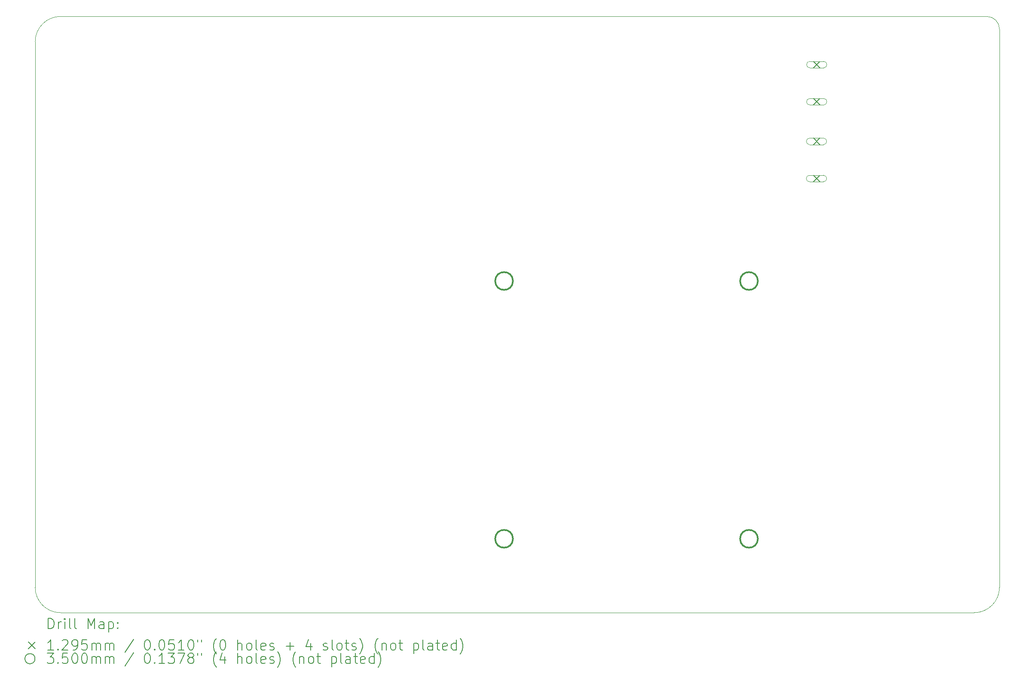
<source format=gbr>
%TF.GenerationSoftware,KiCad,Pcbnew,8.0.6*%
%TF.CreationDate,2025-06-02T13:03:06-04:00*%
%TF.ProjectId,CAEN_NEVIS_DAQ_3p3V,4341454e-5f4e-4455-9649-535f4441515f,rev?*%
%TF.SameCoordinates,Original*%
%TF.FileFunction,Drillmap*%
%TF.FilePolarity,Positive*%
%FSLAX45Y45*%
G04 Gerber Fmt 4.5, Leading zero omitted, Abs format (unit mm)*
G04 Created by KiCad (PCBNEW 8.0.6) date 2025-06-02 13:03:06*
%MOMM*%
%LPD*%
G01*
G04 APERTURE LIST*
%ADD10C,0.050000*%
%ADD11C,0.200000*%
%ADD12C,0.129540*%
%ADD13C,0.100000*%
%ADD14C,0.350000*%
G04 APERTURE END LIST*
D10*
X4750000Y-13500000D02*
X4750000Y-2750000D01*
X5250000Y-14000000D02*
G75*
G02*
X4750000Y-13500000I0J500000D01*
G01*
X23250000Y-14000000D02*
X5250000Y-14000000D01*
X23750000Y-13500000D02*
G75*
G02*
X23250000Y-14000000I-500000J0D01*
G01*
X23750000Y-2500000D02*
X23750000Y-13500000D01*
X23500000Y-2250000D02*
G75*
G02*
X23750000Y-2500000I0J-250000D01*
G01*
X5250000Y-2250000D02*
X23500000Y-2250000D01*
X4750000Y-2750000D02*
G75*
G02*
X5250000Y-2250000I500000J0D01*
G01*
D11*
D12*
X20080230Y-4647230D02*
X20209770Y-4776770D01*
X20209770Y-4647230D02*
X20080230Y-4776770D01*
D13*
X20280230Y-4647230D02*
X20009770Y-4647230D01*
X20009770Y-4776770D02*
G75*
G02*
X20009770Y-4647230I0J64770D01*
G01*
X20009770Y-4776770D02*
X20280230Y-4776770D01*
X20280230Y-4776770D02*
G75*
G03*
X20280230Y-4647230I0J64770D01*
G01*
D12*
X20080230Y-5379230D02*
X20209770Y-5508770D01*
X20209770Y-5379230D02*
X20080230Y-5508770D01*
D13*
X20280230Y-5379230D02*
X20009770Y-5379230D01*
X20009770Y-5508770D02*
G75*
G02*
X20009770Y-5379230I0J64770D01*
G01*
X20009770Y-5508770D02*
X20280230Y-5508770D01*
X20280230Y-5508770D02*
G75*
G03*
X20280230Y-5379230I0J64770D01*
G01*
D12*
X20084230Y-3134230D02*
X20213770Y-3263770D01*
X20213770Y-3134230D02*
X20084230Y-3263770D01*
D13*
X20284230Y-3134230D02*
X20013770Y-3134230D01*
X20013770Y-3263770D02*
G75*
G02*
X20013770Y-3134230I0J64770D01*
G01*
X20013770Y-3263770D02*
X20284230Y-3263770D01*
X20284230Y-3263770D02*
G75*
G03*
X20284230Y-3134230I0J64770D01*
G01*
D12*
X20084230Y-3866230D02*
X20213770Y-3995770D01*
X20213770Y-3866230D02*
X20084230Y-3995770D01*
D13*
X20284230Y-3866230D02*
X20013770Y-3866230D01*
X20013770Y-3995770D02*
G75*
G02*
X20013770Y-3866230I0J64770D01*
G01*
X20013770Y-3995770D02*
X20284230Y-3995770D01*
X20284230Y-3995770D02*
G75*
G03*
X20284230Y-3866230I0J64770D01*
G01*
D14*
X14164000Y-7463500D02*
G75*
G02*
X13814000Y-7463500I-175000J0D01*
G01*
X13814000Y-7463500D02*
G75*
G02*
X14164000Y-7463500I175000J0D01*
G01*
X14164000Y-12543500D02*
G75*
G02*
X13814000Y-12543500I-175000J0D01*
G01*
X13814000Y-12543500D02*
G75*
G02*
X14164000Y-12543500I175000J0D01*
G01*
X18989000Y-7463500D02*
G75*
G02*
X18639000Y-7463500I-175000J0D01*
G01*
X18639000Y-7463500D02*
G75*
G02*
X18989000Y-7463500I175000J0D01*
G01*
X18989000Y-12543500D02*
G75*
G02*
X18639000Y-12543500I-175000J0D01*
G01*
X18639000Y-12543500D02*
G75*
G02*
X18989000Y-12543500I175000J0D01*
G01*
D11*
X5008277Y-14313984D02*
X5008277Y-14113984D01*
X5008277Y-14113984D02*
X5055896Y-14113984D01*
X5055896Y-14113984D02*
X5084467Y-14123508D01*
X5084467Y-14123508D02*
X5103515Y-14142555D01*
X5103515Y-14142555D02*
X5113039Y-14161603D01*
X5113039Y-14161603D02*
X5122563Y-14199698D01*
X5122563Y-14199698D02*
X5122563Y-14228269D01*
X5122563Y-14228269D02*
X5113039Y-14266365D01*
X5113039Y-14266365D02*
X5103515Y-14285412D01*
X5103515Y-14285412D02*
X5084467Y-14304460D01*
X5084467Y-14304460D02*
X5055896Y-14313984D01*
X5055896Y-14313984D02*
X5008277Y-14313984D01*
X5208277Y-14313984D02*
X5208277Y-14180650D01*
X5208277Y-14218746D02*
X5217801Y-14199698D01*
X5217801Y-14199698D02*
X5227324Y-14190174D01*
X5227324Y-14190174D02*
X5246372Y-14180650D01*
X5246372Y-14180650D02*
X5265420Y-14180650D01*
X5332086Y-14313984D02*
X5332086Y-14180650D01*
X5332086Y-14113984D02*
X5322563Y-14123508D01*
X5322563Y-14123508D02*
X5332086Y-14133031D01*
X5332086Y-14133031D02*
X5341610Y-14123508D01*
X5341610Y-14123508D02*
X5332086Y-14113984D01*
X5332086Y-14113984D02*
X5332086Y-14133031D01*
X5455896Y-14313984D02*
X5436848Y-14304460D01*
X5436848Y-14304460D02*
X5427324Y-14285412D01*
X5427324Y-14285412D02*
X5427324Y-14113984D01*
X5560658Y-14313984D02*
X5541610Y-14304460D01*
X5541610Y-14304460D02*
X5532086Y-14285412D01*
X5532086Y-14285412D02*
X5532086Y-14113984D01*
X5789229Y-14313984D02*
X5789229Y-14113984D01*
X5789229Y-14113984D02*
X5855896Y-14256841D01*
X5855896Y-14256841D02*
X5922562Y-14113984D01*
X5922562Y-14113984D02*
X5922562Y-14313984D01*
X6103515Y-14313984D02*
X6103515Y-14209222D01*
X6103515Y-14209222D02*
X6093991Y-14190174D01*
X6093991Y-14190174D02*
X6074943Y-14180650D01*
X6074943Y-14180650D02*
X6036848Y-14180650D01*
X6036848Y-14180650D02*
X6017801Y-14190174D01*
X6103515Y-14304460D02*
X6084467Y-14313984D01*
X6084467Y-14313984D02*
X6036848Y-14313984D01*
X6036848Y-14313984D02*
X6017801Y-14304460D01*
X6017801Y-14304460D02*
X6008277Y-14285412D01*
X6008277Y-14285412D02*
X6008277Y-14266365D01*
X6008277Y-14266365D02*
X6017801Y-14247317D01*
X6017801Y-14247317D02*
X6036848Y-14237793D01*
X6036848Y-14237793D02*
X6084467Y-14237793D01*
X6084467Y-14237793D02*
X6103515Y-14228269D01*
X6198753Y-14180650D02*
X6198753Y-14380650D01*
X6198753Y-14190174D02*
X6217801Y-14180650D01*
X6217801Y-14180650D02*
X6255896Y-14180650D01*
X6255896Y-14180650D02*
X6274943Y-14190174D01*
X6274943Y-14190174D02*
X6284467Y-14199698D01*
X6284467Y-14199698D02*
X6293991Y-14218746D01*
X6293991Y-14218746D02*
X6293991Y-14275888D01*
X6293991Y-14275888D02*
X6284467Y-14294936D01*
X6284467Y-14294936D02*
X6274943Y-14304460D01*
X6274943Y-14304460D02*
X6255896Y-14313984D01*
X6255896Y-14313984D02*
X6217801Y-14313984D01*
X6217801Y-14313984D02*
X6198753Y-14304460D01*
X6379705Y-14294936D02*
X6389229Y-14304460D01*
X6389229Y-14304460D02*
X6379705Y-14313984D01*
X6379705Y-14313984D02*
X6370182Y-14304460D01*
X6370182Y-14304460D02*
X6379705Y-14294936D01*
X6379705Y-14294936D02*
X6379705Y-14313984D01*
X6379705Y-14190174D02*
X6389229Y-14199698D01*
X6389229Y-14199698D02*
X6379705Y-14209222D01*
X6379705Y-14209222D02*
X6370182Y-14199698D01*
X6370182Y-14199698D02*
X6379705Y-14190174D01*
X6379705Y-14190174D02*
X6379705Y-14209222D01*
D12*
X4617960Y-14577730D02*
X4747500Y-14707270D01*
X4747500Y-14577730D02*
X4617960Y-14707270D01*
D11*
X5113039Y-14733984D02*
X4998753Y-14733984D01*
X5055896Y-14733984D02*
X5055896Y-14533984D01*
X5055896Y-14533984D02*
X5036848Y-14562555D01*
X5036848Y-14562555D02*
X5017801Y-14581603D01*
X5017801Y-14581603D02*
X4998753Y-14591127D01*
X5198753Y-14714936D02*
X5208277Y-14724460D01*
X5208277Y-14724460D02*
X5198753Y-14733984D01*
X5198753Y-14733984D02*
X5189229Y-14724460D01*
X5189229Y-14724460D02*
X5198753Y-14714936D01*
X5198753Y-14714936D02*
X5198753Y-14733984D01*
X5284467Y-14553031D02*
X5293991Y-14543508D01*
X5293991Y-14543508D02*
X5313039Y-14533984D01*
X5313039Y-14533984D02*
X5360658Y-14533984D01*
X5360658Y-14533984D02*
X5379705Y-14543508D01*
X5379705Y-14543508D02*
X5389229Y-14553031D01*
X5389229Y-14553031D02*
X5398753Y-14572079D01*
X5398753Y-14572079D02*
X5398753Y-14591127D01*
X5398753Y-14591127D02*
X5389229Y-14619698D01*
X5389229Y-14619698D02*
X5274944Y-14733984D01*
X5274944Y-14733984D02*
X5398753Y-14733984D01*
X5493991Y-14733984D02*
X5532086Y-14733984D01*
X5532086Y-14733984D02*
X5551134Y-14724460D01*
X5551134Y-14724460D02*
X5560658Y-14714936D01*
X5560658Y-14714936D02*
X5579705Y-14686365D01*
X5579705Y-14686365D02*
X5589229Y-14648269D01*
X5589229Y-14648269D02*
X5589229Y-14572079D01*
X5589229Y-14572079D02*
X5579705Y-14553031D01*
X5579705Y-14553031D02*
X5570182Y-14543508D01*
X5570182Y-14543508D02*
X5551134Y-14533984D01*
X5551134Y-14533984D02*
X5513039Y-14533984D01*
X5513039Y-14533984D02*
X5493991Y-14543508D01*
X5493991Y-14543508D02*
X5484467Y-14553031D01*
X5484467Y-14553031D02*
X5474944Y-14572079D01*
X5474944Y-14572079D02*
X5474944Y-14619698D01*
X5474944Y-14619698D02*
X5484467Y-14638746D01*
X5484467Y-14638746D02*
X5493991Y-14648269D01*
X5493991Y-14648269D02*
X5513039Y-14657793D01*
X5513039Y-14657793D02*
X5551134Y-14657793D01*
X5551134Y-14657793D02*
X5570182Y-14648269D01*
X5570182Y-14648269D02*
X5579705Y-14638746D01*
X5579705Y-14638746D02*
X5589229Y-14619698D01*
X5770182Y-14533984D02*
X5674943Y-14533984D01*
X5674943Y-14533984D02*
X5665420Y-14629222D01*
X5665420Y-14629222D02*
X5674943Y-14619698D01*
X5674943Y-14619698D02*
X5693991Y-14610174D01*
X5693991Y-14610174D02*
X5741610Y-14610174D01*
X5741610Y-14610174D02*
X5760658Y-14619698D01*
X5760658Y-14619698D02*
X5770182Y-14629222D01*
X5770182Y-14629222D02*
X5779705Y-14648269D01*
X5779705Y-14648269D02*
X5779705Y-14695888D01*
X5779705Y-14695888D02*
X5770182Y-14714936D01*
X5770182Y-14714936D02*
X5760658Y-14724460D01*
X5760658Y-14724460D02*
X5741610Y-14733984D01*
X5741610Y-14733984D02*
X5693991Y-14733984D01*
X5693991Y-14733984D02*
X5674943Y-14724460D01*
X5674943Y-14724460D02*
X5665420Y-14714936D01*
X5865420Y-14733984D02*
X5865420Y-14600650D01*
X5865420Y-14619698D02*
X5874943Y-14610174D01*
X5874943Y-14610174D02*
X5893991Y-14600650D01*
X5893991Y-14600650D02*
X5922563Y-14600650D01*
X5922563Y-14600650D02*
X5941610Y-14610174D01*
X5941610Y-14610174D02*
X5951134Y-14629222D01*
X5951134Y-14629222D02*
X5951134Y-14733984D01*
X5951134Y-14629222D02*
X5960658Y-14610174D01*
X5960658Y-14610174D02*
X5979705Y-14600650D01*
X5979705Y-14600650D02*
X6008277Y-14600650D01*
X6008277Y-14600650D02*
X6027324Y-14610174D01*
X6027324Y-14610174D02*
X6036848Y-14629222D01*
X6036848Y-14629222D02*
X6036848Y-14733984D01*
X6132086Y-14733984D02*
X6132086Y-14600650D01*
X6132086Y-14619698D02*
X6141610Y-14610174D01*
X6141610Y-14610174D02*
X6160658Y-14600650D01*
X6160658Y-14600650D02*
X6189229Y-14600650D01*
X6189229Y-14600650D02*
X6208277Y-14610174D01*
X6208277Y-14610174D02*
X6217801Y-14629222D01*
X6217801Y-14629222D02*
X6217801Y-14733984D01*
X6217801Y-14629222D02*
X6227324Y-14610174D01*
X6227324Y-14610174D02*
X6246372Y-14600650D01*
X6246372Y-14600650D02*
X6274943Y-14600650D01*
X6274943Y-14600650D02*
X6293991Y-14610174D01*
X6293991Y-14610174D02*
X6303515Y-14629222D01*
X6303515Y-14629222D02*
X6303515Y-14733984D01*
X6693991Y-14524460D02*
X6522563Y-14781603D01*
X6951134Y-14533984D02*
X6970182Y-14533984D01*
X6970182Y-14533984D02*
X6989229Y-14543508D01*
X6989229Y-14543508D02*
X6998753Y-14553031D01*
X6998753Y-14553031D02*
X7008277Y-14572079D01*
X7008277Y-14572079D02*
X7017801Y-14610174D01*
X7017801Y-14610174D02*
X7017801Y-14657793D01*
X7017801Y-14657793D02*
X7008277Y-14695888D01*
X7008277Y-14695888D02*
X6998753Y-14714936D01*
X6998753Y-14714936D02*
X6989229Y-14724460D01*
X6989229Y-14724460D02*
X6970182Y-14733984D01*
X6970182Y-14733984D02*
X6951134Y-14733984D01*
X6951134Y-14733984D02*
X6932086Y-14724460D01*
X6932086Y-14724460D02*
X6922563Y-14714936D01*
X6922563Y-14714936D02*
X6913039Y-14695888D01*
X6913039Y-14695888D02*
X6903515Y-14657793D01*
X6903515Y-14657793D02*
X6903515Y-14610174D01*
X6903515Y-14610174D02*
X6913039Y-14572079D01*
X6913039Y-14572079D02*
X6922563Y-14553031D01*
X6922563Y-14553031D02*
X6932086Y-14543508D01*
X6932086Y-14543508D02*
X6951134Y-14533984D01*
X7103515Y-14714936D02*
X7113039Y-14724460D01*
X7113039Y-14724460D02*
X7103515Y-14733984D01*
X7103515Y-14733984D02*
X7093991Y-14724460D01*
X7093991Y-14724460D02*
X7103515Y-14714936D01*
X7103515Y-14714936D02*
X7103515Y-14733984D01*
X7236848Y-14533984D02*
X7255896Y-14533984D01*
X7255896Y-14533984D02*
X7274944Y-14543508D01*
X7274944Y-14543508D02*
X7284467Y-14553031D01*
X7284467Y-14553031D02*
X7293991Y-14572079D01*
X7293991Y-14572079D02*
X7303515Y-14610174D01*
X7303515Y-14610174D02*
X7303515Y-14657793D01*
X7303515Y-14657793D02*
X7293991Y-14695888D01*
X7293991Y-14695888D02*
X7284467Y-14714936D01*
X7284467Y-14714936D02*
X7274944Y-14724460D01*
X7274944Y-14724460D02*
X7255896Y-14733984D01*
X7255896Y-14733984D02*
X7236848Y-14733984D01*
X7236848Y-14733984D02*
X7217801Y-14724460D01*
X7217801Y-14724460D02*
X7208277Y-14714936D01*
X7208277Y-14714936D02*
X7198753Y-14695888D01*
X7198753Y-14695888D02*
X7189229Y-14657793D01*
X7189229Y-14657793D02*
X7189229Y-14610174D01*
X7189229Y-14610174D02*
X7198753Y-14572079D01*
X7198753Y-14572079D02*
X7208277Y-14553031D01*
X7208277Y-14553031D02*
X7217801Y-14543508D01*
X7217801Y-14543508D02*
X7236848Y-14533984D01*
X7484467Y-14533984D02*
X7389229Y-14533984D01*
X7389229Y-14533984D02*
X7379706Y-14629222D01*
X7379706Y-14629222D02*
X7389229Y-14619698D01*
X7389229Y-14619698D02*
X7408277Y-14610174D01*
X7408277Y-14610174D02*
X7455896Y-14610174D01*
X7455896Y-14610174D02*
X7474944Y-14619698D01*
X7474944Y-14619698D02*
X7484467Y-14629222D01*
X7484467Y-14629222D02*
X7493991Y-14648269D01*
X7493991Y-14648269D02*
X7493991Y-14695888D01*
X7493991Y-14695888D02*
X7484467Y-14714936D01*
X7484467Y-14714936D02*
X7474944Y-14724460D01*
X7474944Y-14724460D02*
X7455896Y-14733984D01*
X7455896Y-14733984D02*
X7408277Y-14733984D01*
X7408277Y-14733984D02*
X7389229Y-14724460D01*
X7389229Y-14724460D02*
X7379706Y-14714936D01*
X7684467Y-14733984D02*
X7570182Y-14733984D01*
X7627325Y-14733984D02*
X7627325Y-14533984D01*
X7627325Y-14533984D02*
X7608277Y-14562555D01*
X7608277Y-14562555D02*
X7589229Y-14581603D01*
X7589229Y-14581603D02*
X7570182Y-14591127D01*
X7808277Y-14533984D02*
X7827325Y-14533984D01*
X7827325Y-14533984D02*
X7846372Y-14543508D01*
X7846372Y-14543508D02*
X7855896Y-14553031D01*
X7855896Y-14553031D02*
X7865420Y-14572079D01*
X7865420Y-14572079D02*
X7874944Y-14610174D01*
X7874944Y-14610174D02*
X7874944Y-14657793D01*
X7874944Y-14657793D02*
X7865420Y-14695888D01*
X7865420Y-14695888D02*
X7855896Y-14714936D01*
X7855896Y-14714936D02*
X7846372Y-14724460D01*
X7846372Y-14724460D02*
X7827325Y-14733984D01*
X7827325Y-14733984D02*
X7808277Y-14733984D01*
X7808277Y-14733984D02*
X7789229Y-14724460D01*
X7789229Y-14724460D02*
X7779706Y-14714936D01*
X7779706Y-14714936D02*
X7770182Y-14695888D01*
X7770182Y-14695888D02*
X7760658Y-14657793D01*
X7760658Y-14657793D02*
X7760658Y-14610174D01*
X7760658Y-14610174D02*
X7770182Y-14572079D01*
X7770182Y-14572079D02*
X7779706Y-14553031D01*
X7779706Y-14553031D02*
X7789229Y-14543508D01*
X7789229Y-14543508D02*
X7808277Y-14533984D01*
X7951134Y-14533984D02*
X7951134Y-14572079D01*
X8027325Y-14533984D02*
X8027325Y-14572079D01*
X8322563Y-14810174D02*
X8313039Y-14800650D01*
X8313039Y-14800650D02*
X8293991Y-14772079D01*
X8293991Y-14772079D02*
X8284468Y-14753031D01*
X8284468Y-14753031D02*
X8274944Y-14724460D01*
X8274944Y-14724460D02*
X8265420Y-14676841D01*
X8265420Y-14676841D02*
X8265420Y-14638746D01*
X8265420Y-14638746D02*
X8274944Y-14591127D01*
X8274944Y-14591127D02*
X8284468Y-14562555D01*
X8284468Y-14562555D02*
X8293991Y-14543508D01*
X8293991Y-14543508D02*
X8313039Y-14514936D01*
X8313039Y-14514936D02*
X8322563Y-14505412D01*
X8436849Y-14533984D02*
X8455896Y-14533984D01*
X8455896Y-14533984D02*
X8474944Y-14543508D01*
X8474944Y-14543508D02*
X8484468Y-14553031D01*
X8484468Y-14553031D02*
X8493991Y-14572079D01*
X8493991Y-14572079D02*
X8503515Y-14610174D01*
X8503515Y-14610174D02*
X8503515Y-14657793D01*
X8503515Y-14657793D02*
X8493991Y-14695888D01*
X8493991Y-14695888D02*
X8484468Y-14714936D01*
X8484468Y-14714936D02*
X8474944Y-14724460D01*
X8474944Y-14724460D02*
X8455896Y-14733984D01*
X8455896Y-14733984D02*
X8436849Y-14733984D01*
X8436849Y-14733984D02*
X8417801Y-14724460D01*
X8417801Y-14724460D02*
X8408277Y-14714936D01*
X8408277Y-14714936D02*
X8398753Y-14695888D01*
X8398753Y-14695888D02*
X8389230Y-14657793D01*
X8389230Y-14657793D02*
X8389230Y-14610174D01*
X8389230Y-14610174D02*
X8398753Y-14572079D01*
X8398753Y-14572079D02*
X8408277Y-14553031D01*
X8408277Y-14553031D02*
X8417801Y-14543508D01*
X8417801Y-14543508D02*
X8436849Y-14533984D01*
X8741611Y-14733984D02*
X8741611Y-14533984D01*
X8827325Y-14733984D02*
X8827325Y-14629222D01*
X8827325Y-14629222D02*
X8817801Y-14610174D01*
X8817801Y-14610174D02*
X8798753Y-14600650D01*
X8798753Y-14600650D02*
X8770182Y-14600650D01*
X8770182Y-14600650D02*
X8751134Y-14610174D01*
X8751134Y-14610174D02*
X8741611Y-14619698D01*
X8951134Y-14733984D02*
X8932087Y-14724460D01*
X8932087Y-14724460D02*
X8922563Y-14714936D01*
X8922563Y-14714936D02*
X8913039Y-14695888D01*
X8913039Y-14695888D02*
X8913039Y-14638746D01*
X8913039Y-14638746D02*
X8922563Y-14619698D01*
X8922563Y-14619698D02*
X8932087Y-14610174D01*
X8932087Y-14610174D02*
X8951134Y-14600650D01*
X8951134Y-14600650D02*
X8979706Y-14600650D01*
X8979706Y-14600650D02*
X8998753Y-14610174D01*
X8998753Y-14610174D02*
X9008277Y-14619698D01*
X9008277Y-14619698D02*
X9017801Y-14638746D01*
X9017801Y-14638746D02*
X9017801Y-14695888D01*
X9017801Y-14695888D02*
X9008277Y-14714936D01*
X9008277Y-14714936D02*
X8998753Y-14724460D01*
X8998753Y-14724460D02*
X8979706Y-14733984D01*
X8979706Y-14733984D02*
X8951134Y-14733984D01*
X9132087Y-14733984D02*
X9113039Y-14724460D01*
X9113039Y-14724460D02*
X9103515Y-14705412D01*
X9103515Y-14705412D02*
X9103515Y-14533984D01*
X9284468Y-14724460D02*
X9265420Y-14733984D01*
X9265420Y-14733984D02*
X9227325Y-14733984D01*
X9227325Y-14733984D02*
X9208277Y-14724460D01*
X9208277Y-14724460D02*
X9198753Y-14705412D01*
X9198753Y-14705412D02*
X9198753Y-14629222D01*
X9198753Y-14629222D02*
X9208277Y-14610174D01*
X9208277Y-14610174D02*
X9227325Y-14600650D01*
X9227325Y-14600650D02*
X9265420Y-14600650D01*
X9265420Y-14600650D02*
X9284468Y-14610174D01*
X9284468Y-14610174D02*
X9293992Y-14629222D01*
X9293992Y-14629222D02*
X9293992Y-14648269D01*
X9293992Y-14648269D02*
X9198753Y-14667317D01*
X9370182Y-14724460D02*
X9389230Y-14733984D01*
X9389230Y-14733984D02*
X9427325Y-14733984D01*
X9427325Y-14733984D02*
X9446373Y-14724460D01*
X9446373Y-14724460D02*
X9455896Y-14705412D01*
X9455896Y-14705412D02*
X9455896Y-14695888D01*
X9455896Y-14695888D02*
X9446373Y-14676841D01*
X9446373Y-14676841D02*
X9427325Y-14667317D01*
X9427325Y-14667317D02*
X9398753Y-14667317D01*
X9398753Y-14667317D02*
X9379706Y-14657793D01*
X9379706Y-14657793D02*
X9370182Y-14638746D01*
X9370182Y-14638746D02*
X9370182Y-14629222D01*
X9370182Y-14629222D02*
X9379706Y-14610174D01*
X9379706Y-14610174D02*
X9398753Y-14600650D01*
X9398753Y-14600650D02*
X9427325Y-14600650D01*
X9427325Y-14600650D02*
X9446373Y-14610174D01*
X9693992Y-14657793D02*
X9846373Y-14657793D01*
X9770182Y-14733984D02*
X9770182Y-14581603D01*
X10179706Y-14600650D02*
X10179706Y-14733984D01*
X10132087Y-14524460D02*
X10084468Y-14667317D01*
X10084468Y-14667317D02*
X10208277Y-14667317D01*
X10427325Y-14724460D02*
X10446373Y-14733984D01*
X10446373Y-14733984D02*
X10484468Y-14733984D01*
X10484468Y-14733984D02*
X10503516Y-14724460D01*
X10503516Y-14724460D02*
X10513039Y-14705412D01*
X10513039Y-14705412D02*
X10513039Y-14695888D01*
X10513039Y-14695888D02*
X10503516Y-14676841D01*
X10503516Y-14676841D02*
X10484468Y-14667317D01*
X10484468Y-14667317D02*
X10455896Y-14667317D01*
X10455896Y-14667317D02*
X10436849Y-14657793D01*
X10436849Y-14657793D02*
X10427325Y-14638746D01*
X10427325Y-14638746D02*
X10427325Y-14629222D01*
X10427325Y-14629222D02*
X10436849Y-14610174D01*
X10436849Y-14610174D02*
X10455896Y-14600650D01*
X10455896Y-14600650D02*
X10484468Y-14600650D01*
X10484468Y-14600650D02*
X10503516Y-14610174D01*
X10627325Y-14733984D02*
X10608277Y-14724460D01*
X10608277Y-14724460D02*
X10598754Y-14705412D01*
X10598754Y-14705412D02*
X10598754Y-14533984D01*
X10732087Y-14733984D02*
X10713039Y-14724460D01*
X10713039Y-14724460D02*
X10703516Y-14714936D01*
X10703516Y-14714936D02*
X10693992Y-14695888D01*
X10693992Y-14695888D02*
X10693992Y-14638746D01*
X10693992Y-14638746D02*
X10703516Y-14619698D01*
X10703516Y-14619698D02*
X10713039Y-14610174D01*
X10713039Y-14610174D02*
X10732087Y-14600650D01*
X10732087Y-14600650D02*
X10760658Y-14600650D01*
X10760658Y-14600650D02*
X10779706Y-14610174D01*
X10779706Y-14610174D02*
X10789230Y-14619698D01*
X10789230Y-14619698D02*
X10798754Y-14638746D01*
X10798754Y-14638746D02*
X10798754Y-14695888D01*
X10798754Y-14695888D02*
X10789230Y-14714936D01*
X10789230Y-14714936D02*
X10779706Y-14724460D01*
X10779706Y-14724460D02*
X10760658Y-14733984D01*
X10760658Y-14733984D02*
X10732087Y-14733984D01*
X10855897Y-14600650D02*
X10932087Y-14600650D01*
X10884468Y-14533984D02*
X10884468Y-14705412D01*
X10884468Y-14705412D02*
X10893992Y-14724460D01*
X10893992Y-14724460D02*
X10913039Y-14733984D01*
X10913039Y-14733984D02*
X10932087Y-14733984D01*
X10989230Y-14724460D02*
X11008277Y-14733984D01*
X11008277Y-14733984D02*
X11046373Y-14733984D01*
X11046373Y-14733984D02*
X11065420Y-14724460D01*
X11065420Y-14724460D02*
X11074944Y-14705412D01*
X11074944Y-14705412D02*
X11074944Y-14695888D01*
X11074944Y-14695888D02*
X11065420Y-14676841D01*
X11065420Y-14676841D02*
X11046373Y-14667317D01*
X11046373Y-14667317D02*
X11017801Y-14667317D01*
X11017801Y-14667317D02*
X10998754Y-14657793D01*
X10998754Y-14657793D02*
X10989230Y-14638746D01*
X10989230Y-14638746D02*
X10989230Y-14629222D01*
X10989230Y-14629222D02*
X10998754Y-14610174D01*
X10998754Y-14610174D02*
X11017801Y-14600650D01*
X11017801Y-14600650D02*
X11046373Y-14600650D01*
X11046373Y-14600650D02*
X11065420Y-14610174D01*
X11141611Y-14810174D02*
X11151135Y-14800650D01*
X11151135Y-14800650D02*
X11170182Y-14772079D01*
X11170182Y-14772079D02*
X11179706Y-14753031D01*
X11179706Y-14753031D02*
X11189230Y-14724460D01*
X11189230Y-14724460D02*
X11198754Y-14676841D01*
X11198754Y-14676841D02*
X11198754Y-14638746D01*
X11198754Y-14638746D02*
X11189230Y-14591127D01*
X11189230Y-14591127D02*
X11179706Y-14562555D01*
X11179706Y-14562555D02*
X11170182Y-14543508D01*
X11170182Y-14543508D02*
X11151135Y-14514936D01*
X11151135Y-14514936D02*
X11141611Y-14505412D01*
X11503516Y-14810174D02*
X11493992Y-14800650D01*
X11493992Y-14800650D02*
X11474944Y-14772079D01*
X11474944Y-14772079D02*
X11465420Y-14753031D01*
X11465420Y-14753031D02*
X11455896Y-14724460D01*
X11455896Y-14724460D02*
X11446373Y-14676841D01*
X11446373Y-14676841D02*
X11446373Y-14638746D01*
X11446373Y-14638746D02*
X11455896Y-14591127D01*
X11455896Y-14591127D02*
X11465420Y-14562555D01*
X11465420Y-14562555D02*
X11474944Y-14543508D01*
X11474944Y-14543508D02*
X11493992Y-14514936D01*
X11493992Y-14514936D02*
X11503516Y-14505412D01*
X11579706Y-14600650D02*
X11579706Y-14733984D01*
X11579706Y-14619698D02*
X11589230Y-14610174D01*
X11589230Y-14610174D02*
X11608277Y-14600650D01*
X11608277Y-14600650D02*
X11636849Y-14600650D01*
X11636849Y-14600650D02*
X11655896Y-14610174D01*
X11655896Y-14610174D02*
X11665420Y-14629222D01*
X11665420Y-14629222D02*
X11665420Y-14733984D01*
X11789230Y-14733984D02*
X11770182Y-14724460D01*
X11770182Y-14724460D02*
X11760658Y-14714936D01*
X11760658Y-14714936D02*
X11751135Y-14695888D01*
X11751135Y-14695888D02*
X11751135Y-14638746D01*
X11751135Y-14638746D02*
X11760658Y-14619698D01*
X11760658Y-14619698D02*
X11770182Y-14610174D01*
X11770182Y-14610174D02*
X11789230Y-14600650D01*
X11789230Y-14600650D02*
X11817801Y-14600650D01*
X11817801Y-14600650D02*
X11836849Y-14610174D01*
X11836849Y-14610174D02*
X11846373Y-14619698D01*
X11846373Y-14619698D02*
X11855896Y-14638746D01*
X11855896Y-14638746D02*
X11855896Y-14695888D01*
X11855896Y-14695888D02*
X11846373Y-14714936D01*
X11846373Y-14714936D02*
X11836849Y-14724460D01*
X11836849Y-14724460D02*
X11817801Y-14733984D01*
X11817801Y-14733984D02*
X11789230Y-14733984D01*
X11913039Y-14600650D02*
X11989230Y-14600650D01*
X11941611Y-14533984D02*
X11941611Y-14705412D01*
X11941611Y-14705412D02*
X11951135Y-14724460D01*
X11951135Y-14724460D02*
X11970182Y-14733984D01*
X11970182Y-14733984D02*
X11989230Y-14733984D01*
X12208277Y-14600650D02*
X12208277Y-14800650D01*
X12208277Y-14610174D02*
X12227325Y-14600650D01*
X12227325Y-14600650D02*
X12265420Y-14600650D01*
X12265420Y-14600650D02*
X12284468Y-14610174D01*
X12284468Y-14610174D02*
X12293992Y-14619698D01*
X12293992Y-14619698D02*
X12303516Y-14638746D01*
X12303516Y-14638746D02*
X12303516Y-14695888D01*
X12303516Y-14695888D02*
X12293992Y-14714936D01*
X12293992Y-14714936D02*
X12284468Y-14724460D01*
X12284468Y-14724460D02*
X12265420Y-14733984D01*
X12265420Y-14733984D02*
X12227325Y-14733984D01*
X12227325Y-14733984D02*
X12208277Y-14724460D01*
X12417801Y-14733984D02*
X12398754Y-14724460D01*
X12398754Y-14724460D02*
X12389230Y-14705412D01*
X12389230Y-14705412D02*
X12389230Y-14533984D01*
X12579706Y-14733984D02*
X12579706Y-14629222D01*
X12579706Y-14629222D02*
X12570182Y-14610174D01*
X12570182Y-14610174D02*
X12551135Y-14600650D01*
X12551135Y-14600650D02*
X12513039Y-14600650D01*
X12513039Y-14600650D02*
X12493992Y-14610174D01*
X12579706Y-14724460D02*
X12560658Y-14733984D01*
X12560658Y-14733984D02*
X12513039Y-14733984D01*
X12513039Y-14733984D02*
X12493992Y-14724460D01*
X12493992Y-14724460D02*
X12484468Y-14705412D01*
X12484468Y-14705412D02*
X12484468Y-14686365D01*
X12484468Y-14686365D02*
X12493992Y-14667317D01*
X12493992Y-14667317D02*
X12513039Y-14657793D01*
X12513039Y-14657793D02*
X12560658Y-14657793D01*
X12560658Y-14657793D02*
X12579706Y-14648269D01*
X12646373Y-14600650D02*
X12722563Y-14600650D01*
X12674944Y-14533984D02*
X12674944Y-14705412D01*
X12674944Y-14705412D02*
X12684468Y-14724460D01*
X12684468Y-14724460D02*
X12703516Y-14733984D01*
X12703516Y-14733984D02*
X12722563Y-14733984D01*
X12865420Y-14724460D02*
X12846373Y-14733984D01*
X12846373Y-14733984D02*
X12808277Y-14733984D01*
X12808277Y-14733984D02*
X12789230Y-14724460D01*
X12789230Y-14724460D02*
X12779706Y-14705412D01*
X12779706Y-14705412D02*
X12779706Y-14629222D01*
X12779706Y-14629222D02*
X12789230Y-14610174D01*
X12789230Y-14610174D02*
X12808277Y-14600650D01*
X12808277Y-14600650D02*
X12846373Y-14600650D01*
X12846373Y-14600650D02*
X12865420Y-14610174D01*
X12865420Y-14610174D02*
X12874944Y-14629222D01*
X12874944Y-14629222D02*
X12874944Y-14648269D01*
X12874944Y-14648269D02*
X12779706Y-14667317D01*
X13046373Y-14733984D02*
X13046373Y-14533984D01*
X13046373Y-14724460D02*
X13027325Y-14733984D01*
X13027325Y-14733984D02*
X12989230Y-14733984D01*
X12989230Y-14733984D02*
X12970182Y-14724460D01*
X12970182Y-14724460D02*
X12960658Y-14714936D01*
X12960658Y-14714936D02*
X12951135Y-14695888D01*
X12951135Y-14695888D02*
X12951135Y-14638746D01*
X12951135Y-14638746D02*
X12960658Y-14619698D01*
X12960658Y-14619698D02*
X12970182Y-14610174D01*
X12970182Y-14610174D02*
X12989230Y-14600650D01*
X12989230Y-14600650D02*
X13027325Y-14600650D01*
X13027325Y-14600650D02*
X13046373Y-14610174D01*
X13122563Y-14810174D02*
X13132087Y-14800650D01*
X13132087Y-14800650D02*
X13151135Y-14772079D01*
X13151135Y-14772079D02*
X13160658Y-14753031D01*
X13160658Y-14753031D02*
X13170182Y-14724460D01*
X13170182Y-14724460D02*
X13179706Y-14676841D01*
X13179706Y-14676841D02*
X13179706Y-14638746D01*
X13179706Y-14638746D02*
X13170182Y-14591127D01*
X13170182Y-14591127D02*
X13160658Y-14562555D01*
X13160658Y-14562555D02*
X13151135Y-14543508D01*
X13151135Y-14543508D02*
X13132087Y-14514936D01*
X13132087Y-14514936D02*
X13122563Y-14505412D01*
X4747500Y-14906500D02*
G75*
G02*
X4547500Y-14906500I-100000J0D01*
G01*
X4547500Y-14906500D02*
G75*
G02*
X4747500Y-14906500I100000J0D01*
G01*
X4989229Y-14797984D02*
X5113039Y-14797984D01*
X5113039Y-14797984D02*
X5046372Y-14874174D01*
X5046372Y-14874174D02*
X5074944Y-14874174D01*
X5074944Y-14874174D02*
X5093991Y-14883698D01*
X5093991Y-14883698D02*
X5103515Y-14893222D01*
X5103515Y-14893222D02*
X5113039Y-14912269D01*
X5113039Y-14912269D02*
X5113039Y-14959888D01*
X5113039Y-14959888D02*
X5103515Y-14978936D01*
X5103515Y-14978936D02*
X5093991Y-14988460D01*
X5093991Y-14988460D02*
X5074944Y-14997984D01*
X5074944Y-14997984D02*
X5017801Y-14997984D01*
X5017801Y-14997984D02*
X4998753Y-14988460D01*
X4998753Y-14988460D02*
X4989229Y-14978936D01*
X5198753Y-14978936D02*
X5208277Y-14988460D01*
X5208277Y-14988460D02*
X5198753Y-14997984D01*
X5198753Y-14997984D02*
X5189229Y-14988460D01*
X5189229Y-14988460D02*
X5198753Y-14978936D01*
X5198753Y-14978936D02*
X5198753Y-14997984D01*
X5389229Y-14797984D02*
X5293991Y-14797984D01*
X5293991Y-14797984D02*
X5284467Y-14893222D01*
X5284467Y-14893222D02*
X5293991Y-14883698D01*
X5293991Y-14883698D02*
X5313039Y-14874174D01*
X5313039Y-14874174D02*
X5360658Y-14874174D01*
X5360658Y-14874174D02*
X5379705Y-14883698D01*
X5379705Y-14883698D02*
X5389229Y-14893222D01*
X5389229Y-14893222D02*
X5398753Y-14912269D01*
X5398753Y-14912269D02*
X5398753Y-14959888D01*
X5398753Y-14959888D02*
X5389229Y-14978936D01*
X5389229Y-14978936D02*
X5379705Y-14988460D01*
X5379705Y-14988460D02*
X5360658Y-14997984D01*
X5360658Y-14997984D02*
X5313039Y-14997984D01*
X5313039Y-14997984D02*
X5293991Y-14988460D01*
X5293991Y-14988460D02*
X5284467Y-14978936D01*
X5522563Y-14797984D02*
X5541610Y-14797984D01*
X5541610Y-14797984D02*
X5560658Y-14807508D01*
X5560658Y-14807508D02*
X5570182Y-14817031D01*
X5570182Y-14817031D02*
X5579705Y-14836079D01*
X5579705Y-14836079D02*
X5589229Y-14874174D01*
X5589229Y-14874174D02*
X5589229Y-14921793D01*
X5589229Y-14921793D02*
X5579705Y-14959888D01*
X5579705Y-14959888D02*
X5570182Y-14978936D01*
X5570182Y-14978936D02*
X5560658Y-14988460D01*
X5560658Y-14988460D02*
X5541610Y-14997984D01*
X5541610Y-14997984D02*
X5522563Y-14997984D01*
X5522563Y-14997984D02*
X5503515Y-14988460D01*
X5503515Y-14988460D02*
X5493991Y-14978936D01*
X5493991Y-14978936D02*
X5484467Y-14959888D01*
X5484467Y-14959888D02*
X5474944Y-14921793D01*
X5474944Y-14921793D02*
X5474944Y-14874174D01*
X5474944Y-14874174D02*
X5484467Y-14836079D01*
X5484467Y-14836079D02*
X5493991Y-14817031D01*
X5493991Y-14817031D02*
X5503515Y-14807508D01*
X5503515Y-14807508D02*
X5522563Y-14797984D01*
X5713039Y-14797984D02*
X5732086Y-14797984D01*
X5732086Y-14797984D02*
X5751134Y-14807508D01*
X5751134Y-14807508D02*
X5760658Y-14817031D01*
X5760658Y-14817031D02*
X5770182Y-14836079D01*
X5770182Y-14836079D02*
X5779705Y-14874174D01*
X5779705Y-14874174D02*
X5779705Y-14921793D01*
X5779705Y-14921793D02*
X5770182Y-14959888D01*
X5770182Y-14959888D02*
X5760658Y-14978936D01*
X5760658Y-14978936D02*
X5751134Y-14988460D01*
X5751134Y-14988460D02*
X5732086Y-14997984D01*
X5732086Y-14997984D02*
X5713039Y-14997984D01*
X5713039Y-14997984D02*
X5693991Y-14988460D01*
X5693991Y-14988460D02*
X5684467Y-14978936D01*
X5684467Y-14978936D02*
X5674943Y-14959888D01*
X5674943Y-14959888D02*
X5665420Y-14921793D01*
X5665420Y-14921793D02*
X5665420Y-14874174D01*
X5665420Y-14874174D02*
X5674943Y-14836079D01*
X5674943Y-14836079D02*
X5684467Y-14817031D01*
X5684467Y-14817031D02*
X5693991Y-14807508D01*
X5693991Y-14807508D02*
X5713039Y-14797984D01*
X5865420Y-14997984D02*
X5865420Y-14864650D01*
X5865420Y-14883698D02*
X5874943Y-14874174D01*
X5874943Y-14874174D02*
X5893991Y-14864650D01*
X5893991Y-14864650D02*
X5922563Y-14864650D01*
X5922563Y-14864650D02*
X5941610Y-14874174D01*
X5941610Y-14874174D02*
X5951134Y-14893222D01*
X5951134Y-14893222D02*
X5951134Y-14997984D01*
X5951134Y-14893222D02*
X5960658Y-14874174D01*
X5960658Y-14874174D02*
X5979705Y-14864650D01*
X5979705Y-14864650D02*
X6008277Y-14864650D01*
X6008277Y-14864650D02*
X6027324Y-14874174D01*
X6027324Y-14874174D02*
X6036848Y-14893222D01*
X6036848Y-14893222D02*
X6036848Y-14997984D01*
X6132086Y-14997984D02*
X6132086Y-14864650D01*
X6132086Y-14883698D02*
X6141610Y-14874174D01*
X6141610Y-14874174D02*
X6160658Y-14864650D01*
X6160658Y-14864650D02*
X6189229Y-14864650D01*
X6189229Y-14864650D02*
X6208277Y-14874174D01*
X6208277Y-14874174D02*
X6217801Y-14893222D01*
X6217801Y-14893222D02*
X6217801Y-14997984D01*
X6217801Y-14893222D02*
X6227324Y-14874174D01*
X6227324Y-14874174D02*
X6246372Y-14864650D01*
X6246372Y-14864650D02*
X6274943Y-14864650D01*
X6274943Y-14864650D02*
X6293991Y-14874174D01*
X6293991Y-14874174D02*
X6303515Y-14893222D01*
X6303515Y-14893222D02*
X6303515Y-14997984D01*
X6693991Y-14788460D02*
X6522563Y-15045603D01*
X6951134Y-14797984D02*
X6970182Y-14797984D01*
X6970182Y-14797984D02*
X6989229Y-14807508D01*
X6989229Y-14807508D02*
X6998753Y-14817031D01*
X6998753Y-14817031D02*
X7008277Y-14836079D01*
X7008277Y-14836079D02*
X7017801Y-14874174D01*
X7017801Y-14874174D02*
X7017801Y-14921793D01*
X7017801Y-14921793D02*
X7008277Y-14959888D01*
X7008277Y-14959888D02*
X6998753Y-14978936D01*
X6998753Y-14978936D02*
X6989229Y-14988460D01*
X6989229Y-14988460D02*
X6970182Y-14997984D01*
X6970182Y-14997984D02*
X6951134Y-14997984D01*
X6951134Y-14997984D02*
X6932086Y-14988460D01*
X6932086Y-14988460D02*
X6922563Y-14978936D01*
X6922563Y-14978936D02*
X6913039Y-14959888D01*
X6913039Y-14959888D02*
X6903515Y-14921793D01*
X6903515Y-14921793D02*
X6903515Y-14874174D01*
X6903515Y-14874174D02*
X6913039Y-14836079D01*
X6913039Y-14836079D02*
X6922563Y-14817031D01*
X6922563Y-14817031D02*
X6932086Y-14807508D01*
X6932086Y-14807508D02*
X6951134Y-14797984D01*
X7103515Y-14978936D02*
X7113039Y-14988460D01*
X7113039Y-14988460D02*
X7103515Y-14997984D01*
X7103515Y-14997984D02*
X7093991Y-14988460D01*
X7093991Y-14988460D02*
X7103515Y-14978936D01*
X7103515Y-14978936D02*
X7103515Y-14997984D01*
X7303515Y-14997984D02*
X7189229Y-14997984D01*
X7246372Y-14997984D02*
X7246372Y-14797984D01*
X7246372Y-14797984D02*
X7227325Y-14826555D01*
X7227325Y-14826555D02*
X7208277Y-14845603D01*
X7208277Y-14845603D02*
X7189229Y-14855127D01*
X7370182Y-14797984D02*
X7493991Y-14797984D01*
X7493991Y-14797984D02*
X7427325Y-14874174D01*
X7427325Y-14874174D02*
X7455896Y-14874174D01*
X7455896Y-14874174D02*
X7474944Y-14883698D01*
X7474944Y-14883698D02*
X7484467Y-14893222D01*
X7484467Y-14893222D02*
X7493991Y-14912269D01*
X7493991Y-14912269D02*
X7493991Y-14959888D01*
X7493991Y-14959888D02*
X7484467Y-14978936D01*
X7484467Y-14978936D02*
X7474944Y-14988460D01*
X7474944Y-14988460D02*
X7455896Y-14997984D01*
X7455896Y-14997984D02*
X7398753Y-14997984D01*
X7398753Y-14997984D02*
X7379706Y-14988460D01*
X7379706Y-14988460D02*
X7370182Y-14978936D01*
X7560658Y-14797984D02*
X7693991Y-14797984D01*
X7693991Y-14797984D02*
X7608277Y-14997984D01*
X7798753Y-14883698D02*
X7779706Y-14874174D01*
X7779706Y-14874174D02*
X7770182Y-14864650D01*
X7770182Y-14864650D02*
X7760658Y-14845603D01*
X7760658Y-14845603D02*
X7760658Y-14836079D01*
X7760658Y-14836079D02*
X7770182Y-14817031D01*
X7770182Y-14817031D02*
X7779706Y-14807508D01*
X7779706Y-14807508D02*
X7798753Y-14797984D01*
X7798753Y-14797984D02*
X7836848Y-14797984D01*
X7836848Y-14797984D02*
X7855896Y-14807508D01*
X7855896Y-14807508D02*
X7865420Y-14817031D01*
X7865420Y-14817031D02*
X7874944Y-14836079D01*
X7874944Y-14836079D02*
X7874944Y-14845603D01*
X7874944Y-14845603D02*
X7865420Y-14864650D01*
X7865420Y-14864650D02*
X7855896Y-14874174D01*
X7855896Y-14874174D02*
X7836848Y-14883698D01*
X7836848Y-14883698D02*
X7798753Y-14883698D01*
X7798753Y-14883698D02*
X7779706Y-14893222D01*
X7779706Y-14893222D02*
X7770182Y-14902746D01*
X7770182Y-14902746D02*
X7760658Y-14921793D01*
X7760658Y-14921793D02*
X7760658Y-14959888D01*
X7760658Y-14959888D02*
X7770182Y-14978936D01*
X7770182Y-14978936D02*
X7779706Y-14988460D01*
X7779706Y-14988460D02*
X7798753Y-14997984D01*
X7798753Y-14997984D02*
X7836848Y-14997984D01*
X7836848Y-14997984D02*
X7855896Y-14988460D01*
X7855896Y-14988460D02*
X7865420Y-14978936D01*
X7865420Y-14978936D02*
X7874944Y-14959888D01*
X7874944Y-14959888D02*
X7874944Y-14921793D01*
X7874944Y-14921793D02*
X7865420Y-14902746D01*
X7865420Y-14902746D02*
X7855896Y-14893222D01*
X7855896Y-14893222D02*
X7836848Y-14883698D01*
X7951134Y-14797984D02*
X7951134Y-14836079D01*
X8027325Y-14797984D02*
X8027325Y-14836079D01*
X8322563Y-15074174D02*
X8313039Y-15064650D01*
X8313039Y-15064650D02*
X8293991Y-15036079D01*
X8293991Y-15036079D02*
X8284468Y-15017031D01*
X8284468Y-15017031D02*
X8274944Y-14988460D01*
X8274944Y-14988460D02*
X8265420Y-14940841D01*
X8265420Y-14940841D02*
X8265420Y-14902746D01*
X8265420Y-14902746D02*
X8274944Y-14855127D01*
X8274944Y-14855127D02*
X8284468Y-14826555D01*
X8284468Y-14826555D02*
X8293991Y-14807508D01*
X8293991Y-14807508D02*
X8313039Y-14778936D01*
X8313039Y-14778936D02*
X8322563Y-14769412D01*
X8484468Y-14864650D02*
X8484468Y-14997984D01*
X8436849Y-14788460D02*
X8389230Y-14931317D01*
X8389230Y-14931317D02*
X8513039Y-14931317D01*
X8741611Y-14997984D02*
X8741611Y-14797984D01*
X8827325Y-14997984D02*
X8827325Y-14893222D01*
X8827325Y-14893222D02*
X8817801Y-14874174D01*
X8817801Y-14874174D02*
X8798753Y-14864650D01*
X8798753Y-14864650D02*
X8770182Y-14864650D01*
X8770182Y-14864650D02*
X8751134Y-14874174D01*
X8751134Y-14874174D02*
X8741611Y-14883698D01*
X8951134Y-14997984D02*
X8932087Y-14988460D01*
X8932087Y-14988460D02*
X8922563Y-14978936D01*
X8922563Y-14978936D02*
X8913039Y-14959888D01*
X8913039Y-14959888D02*
X8913039Y-14902746D01*
X8913039Y-14902746D02*
X8922563Y-14883698D01*
X8922563Y-14883698D02*
X8932087Y-14874174D01*
X8932087Y-14874174D02*
X8951134Y-14864650D01*
X8951134Y-14864650D02*
X8979706Y-14864650D01*
X8979706Y-14864650D02*
X8998753Y-14874174D01*
X8998753Y-14874174D02*
X9008277Y-14883698D01*
X9008277Y-14883698D02*
X9017801Y-14902746D01*
X9017801Y-14902746D02*
X9017801Y-14959888D01*
X9017801Y-14959888D02*
X9008277Y-14978936D01*
X9008277Y-14978936D02*
X8998753Y-14988460D01*
X8998753Y-14988460D02*
X8979706Y-14997984D01*
X8979706Y-14997984D02*
X8951134Y-14997984D01*
X9132087Y-14997984D02*
X9113039Y-14988460D01*
X9113039Y-14988460D02*
X9103515Y-14969412D01*
X9103515Y-14969412D02*
X9103515Y-14797984D01*
X9284468Y-14988460D02*
X9265420Y-14997984D01*
X9265420Y-14997984D02*
X9227325Y-14997984D01*
X9227325Y-14997984D02*
X9208277Y-14988460D01*
X9208277Y-14988460D02*
X9198753Y-14969412D01*
X9198753Y-14969412D02*
X9198753Y-14893222D01*
X9198753Y-14893222D02*
X9208277Y-14874174D01*
X9208277Y-14874174D02*
X9227325Y-14864650D01*
X9227325Y-14864650D02*
X9265420Y-14864650D01*
X9265420Y-14864650D02*
X9284468Y-14874174D01*
X9284468Y-14874174D02*
X9293992Y-14893222D01*
X9293992Y-14893222D02*
X9293992Y-14912269D01*
X9293992Y-14912269D02*
X9198753Y-14931317D01*
X9370182Y-14988460D02*
X9389230Y-14997984D01*
X9389230Y-14997984D02*
X9427325Y-14997984D01*
X9427325Y-14997984D02*
X9446373Y-14988460D01*
X9446373Y-14988460D02*
X9455896Y-14969412D01*
X9455896Y-14969412D02*
X9455896Y-14959888D01*
X9455896Y-14959888D02*
X9446373Y-14940841D01*
X9446373Y-14940841D02*
X9427325Y-14931317D01*
X9427325Y-14931317D02*
X9398753Y-14931317D01*
X9398753Y-14931317D02*
X9379706Y-14921793D01*
X9379706Y-14921793D02*
X9370182Y-14902746D01*
X9370182Y-14902746D02*
X9370182Y-14893222D01*
X9370182Y-14893222D02*
X9379706Y-14874174D01*
X9379706Y-14874174D02*
X9398753Y-14864650D01*
X9398753Y-14864650D02*
X9427325Y-14864650D01*
X9427325Y-14864650D02*
X9446373Y-14874174D01*
X9522563Y-15074174D02*
X9532087Y-15064650D01*
X9532087Y-15064650D02*
X9551134Y-15036079D01*
X9551134Y-15036079D02*
X9560658Y-15017031D01*
X9560658Y-15017031D02*
X9570182Y-14988460D01*
X9570182Y-14988460D02*
X9579706Y-14940841D01*
X9579706Y-14940841D02*
X9579706Y-14902746D01*
X9579706Y-14902746D02*
X9570182Y-14855127D01*
X9570182Y-14855127D02*
X9560658Y-14826555D01*
X9560658Y-14826555D02*
X9551134Y-14807508D01*
X9551134Y-14807508D02*
X9532087Y-14778936D01*
X9532087Y-14778936D02*
X9522563Y-14769412D01*
X9884468Y-15074174D02*
X9874944Y-15064650D01*
X9874944Y-15064650D02*
X9855896Y-15036079D01*
X9855896Y-15036079D02*
X9846373Y-15017031D01*
X9846373Y-15017031D02*
X9836849Y-14988460D01*
X9836849Y-14988460D02*
X9827325Y-14940841D01*
X9827325Y-14940841D02*
X9827325Y-14902746D01*
X9827325Y-14902746D02*
X9836849Y-14855127D01*
X9836849Y-14855127D02*
X9846373Y-14826555D01*
X9846373Y-14826555D02*
X9855896Y-14807508D01*
X9855896Y-14807508D02*
X9874944Y-14778936D01*
X9874944Y-14778936D02*
X9884468Y-14769412D01*
X9960658Y-14864650D02*
X9960658Y-14997984D01*
X9960658Y-14883698D02*
X9970182Y-14874174D01*
X9970182Y-14874174D02*
X9989230Y-14864650D01*
X9989230Y-14864650D02*
X10017801Y-14864650D01*
X10017801Y-14864650D02*
X10036849Y-14874174D01*
X10036849Y-14874174D02*
X10046373Y-14893222D01*
X10046373Y-14893222D02*
X10046373Y-14997984D01*
X10170182Y-14997984D02*
X10151134Y-14988460D01*
X10151134Y-14988460D02*
X10141611Y-14978936D01*
X10141611Y-14978936D02*
X10132087Y-14959888D01*
X10132087Y-14959888D02*
X10132087Y-14902746D01*
X10132087Y-14902746D02*
X10141611Y-14883698D01*
X10141611Y-14883698D02*
X10151134Y-14874174D01*
X10151134Y-14874174D02*
X10170182Y-14864650D01*
X10170182Y-14864650D02*
X10198754Y-14864650D01*
X10198754Y-14864650D02*
X10217801Y-14874174D01*
X10217801Y-14874174D02*
X10227325Y-14883698D01*
X10227325Y-14883698D02*
X10236849Y-14902746D01*
X10236849Y-14902746D02*
X10236849Y-14959888D01*
X10236849Y-14959888D02*
X10227325Y-14978936D01*
X10227325Y-14978936D02*
X10217801Y-14988460D01*
X10217801Y-14988460D02*
X10198754Y-14997984D01*
X10198754Y-14997984D02*
X10170182Y-14997984D01*
X10293992Y-14864650D02*
X10370182Y-14864650D01*
X10322563Y-14797984D02*
X10322563Y-14969412D01*
X10322563Y-14969412D02*
X10332087Y-14988460D01*
X10332087Y-14988460D02*
X10351134Y-14997984D01*
X10351134Y-14997984D02*
X10370182Y-14997984D01*
X10589230Y-14864650D02*
X10589230Y-15064650D01*
X10589230Y-14874174D02*
X10608277Y-14864650D01*
X10608277Y-14864650D02*
X10646373Y-14864650D01*
X10646373Y-14864650D02*
X10665420Y-14874174D01*
X10665420Y-14874174D02*
X10674944Y-14883698D01*
X10674944Y-14883698D02*
X10684468Y-14902746D01*
X10684468Y-14902746D02*
X10684468Y-14959888D01*
X10684468Y-14959888D02*
X10674944Y-14978936D01*
X10674944Y-14978936D02*
X10665420Y-14988460D01*
X10665420Y-14988460D02*
X10646373Y-14997984D01*
X10646373Y-14997984D02*
X10608277Y-14997984D01*
X10608277Y-14997984D02*
X10589230Y-14988460D01*
X10798754Y-14997984D02*
X10779706Y-14988460D01*
X10779706Y-14988460D02*
X10770182Y-14969412D01*
X10770182Y-14969412D02*
X10770182Y-14797984D01*
X10960658Y-14997984D02*
X10960658Y-14893222D01*
X10960658Y-14893222D02*
X10951135Y-14874174D01*
X10951135Y-14874174D02*
X10932087Y-14864650D01*
X10932087Y-14864650D02*
X10893992Y-14864650D01*
X10893992Y-14864650D02*
X10874944Y-14874174D01*
X10960658Y-14988460D02*
X10941611Y-14997984D01*
X10941611Y-14997984D02*
X10893992Y-14997984D01*
X10893992Y-14997984D02*
X10874944Y-14988460D01*
X10874944Y-14988460D02*
X10865420Y-14969412D01*
X10865420Y-14969412D02*
X10865420Y-14950365D01*
X10865420Y-14950365D02*
X10874944Y-14931317D01*
X10874944Y-14931317D02*
X10893992Y-14921793D01*
X10893992Y-14921793D02*
X10941611Y-14921793D01*
X10941611Y-14921793D02*
X10960658Y-14912269D01*
X11027325Y-14864650D02*
X11103515Y-14864650D01*
X11055896Y-14797984D02*
X11055896Y-14969412D01*
X11055896Y-14969412D02*
X11065420Y-14988460D01*
X11065420Y-14988460D02*
X11084468Y-14997984D01*
X11084468Y-14997984D02*
X11103515Y-14997984D01*
X11246373Y-14988460D02*
X11227325Y-14997984D01*
X11227325Y-14997984D02*
X11189230Y-14997984D01*
X11189230Y-14997984D02*
X11170182Y-14988460D01*
X11170182Y-14988460D02*
X11160658Y-14969412D01*
X11160658Y-14969412D02*
X11160658Y-14893222D01*
X11160658Y-14893222D02*
X11170182Y-14874174D01*
X11170182Y-14874174D02*
X11189230Y-14864650D01*
X11189230Y-14864650D02*
X11227325Y-14864650D01*
X11227325Y-14864650D02*
X11246373Y-14874174D01*
X11246373Y-14874174D02*
X11255896Y-14893222D01*
X11255896Y-14893222D02*
X11255896Y-14912269D01*
X11255896Y-14912269D02*
X11160658Y-14931317D01*
X11427325Y-14997984D02*
X11427325Y-14797984D01*
X11427325Y-14988460D02*
X11408277Y-14997984D01*
X11408277Y-14997984D02*
X11370182Y-14997984D01*
X11370182Y-14997984D02*
X11351134Y-14988460D01*
X11351134Y-14988460D02*
X11341611Y-14978936D01*
X11341611Y-14978936D02*
X11332087Y-14959888D01*
X11332087Y-14959888D02*
X11332087Y-14902746D01*
X11332087Y-14902746D02*
X11341611Y-14883698D01*
X11341611Y-14883698D02*
X11351134Y-14874174D01*
X11351134Y-14874174D02*
X11370182Y-14864650D01*
X11370182Y-14864650D02*
X11408277Y-14864650D01*
X11408277Y-14864650D02*
X11427325Y-14874174D01*
X11503515Y-15074174D02*
X11513039Y-15064650D01*
X11513039Y-15064650D02*
X11532087Y-15036079D01*
X11532087Y-15036079D02*
X11541611Y-15017031D01*
X11541611Y-15017031D02*
X11551134Y-14988460D01*
X11551134Y-14988460D02*
X11560658Y-14940841D01*
X11560658Y-14940841D02*
X11560658Y-14902746D01*
X11560658Y-14902746D02*
X11551134Y-14855127D01*
X11551134Y-14855127D02*
X11541611Y-14826555D01*
X11541611Y-14826555D02*
X11532087Y-14807508D01*
X11532087Y-14807508D02*
X11513039Y-14778936D01*
X11513039Y-14778936D02*
X11503515Y-14769412D01*
M02*

</source>
